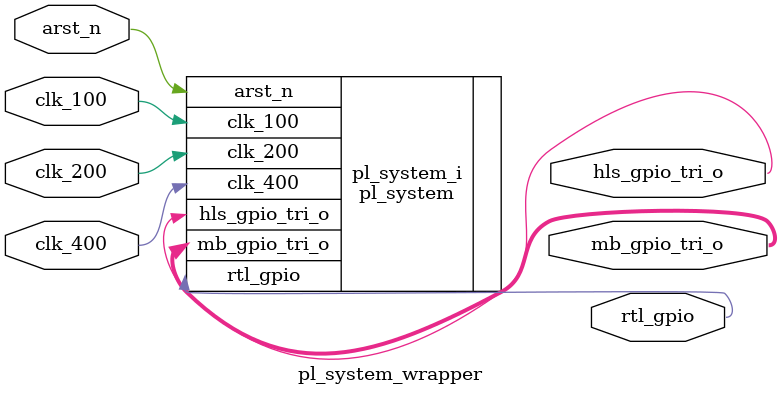
<source format=v>
`timescale 1 ps / 1 ps

module pl_system_wrapper
   (arst_n,
    clk_100,
    clk_200,
    clk_400,
    hls_gpio_tri_o,
    mb_gpio_tri_o,
    rtl_gpio);
  input arst_n;
  input clk_100;
  input clk_200;
  input clk_400;
  output [0:0]hls_gpio_tri_o;
  output [31:0]mb_gpio_tri_o;
  output rtl_gpio;

  wire arst_n;
  wire clk_100;
  wire clk_200;
  wire clk_400;
  wire [0:0]hls_gpio_tri_o;
  wire [31:0]mb_gpio_tri_o;
  wire rtl_gpio;

  pl_system pl_system_i
       (.arst_n(arst_n),
        .clk_100(clk_100),
        .clk_200(clk_200),
        .clk_400(clk_400),
        .hls_gpio_tri_o(hls_gpio_tri_o),
        .mb_gpio_tri_o(mb_gpio_tri_o),
        .rtl_gpio(rtl_gpio));
endmodule

</source>
